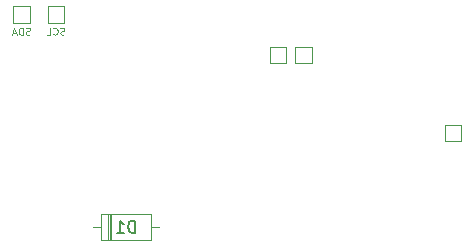
<source format=gbr>
%TF.GenerationSoftware,KiCad,Pcbnew,7.0.8*%
%TF.CreationDate,2024-12-11T22:38:04+01:00*%
%TF.ProjectId,USB-C_PD_Board_V2_CYPD3177,5553422d-435f-4504-945f-426f6172645f,rev?*%
%TF.SameCoordinates,Original*%
%TF.FileFunction,Legend,Bot*%
%TF.FilePolarity,Positive*%
%FSLAX46Y46*%
G04 Gerber Fmt 4.6, Leading zero omitted, Abs format (unit mm)*
G04 Created by KiCad (PCBNEW 7.0.8) date 2024-12-11 22:38:04*
%MOMM*%
%LPD*%
G01*
G04 APERTURE LIST*
%ADD10C,0.120000*%
%ADD11C,0.150000*%
G04 APERTURE END LIST*
D10*
X121091767Y-83838760D02*
X121006053Y-83867331D01*
X121006053Y-83867331D02*
X120863195Y-83867331D01*
X120863195Y-83867331D02*
X120806053Y-83838760D01*
X120806053Y-83838760D02*
X120777481Y-83810188D01*
X120777481Y-83810188D02*
X120748910Y-83753045D01*
X120748910Y-83753045D02*
X120748910Y-83695902D01*
X120748910Y-83695902D02*
X120777481Y-83638760D01*
X120777481Y-83638760D02*
X120806053Y-83610188D01*
X120806053Y-83610188D02*
X120863195Y-83581617D01*
X120863195Y-83581617D02*
X120977481Y-83553045D01*
X120977481Y-83553045D02*
X121034624Y-83524474D01*
X121034624Y-83524474D02*
X121063195Y-83495902D01*
X121063195Y-83495902D02*
X121091767Y-83438760D01*
X121091767Y-83438760D02*
X121091767Y-83381617D01*
X121091767Y-83381617D02*
X121063195Y-83324474D01*
X121063195Y-83324474D02*
X121034624Y-83295902D01*
X121034624Y-83295902D02*
X120977481Y-83267331D01*
X120977481Y-83267331D02*
X120834624Y-83267331D01*
X120834624Y-83267331D02*
X120748910Y-83295902D01*
X120491766Y-83867331D02*
X120491766Y-83267331D01*
X120491766Y-83267331D02*
X120348909Y-83267331D01*
X120348909Y-83267331D02*
X120263195Y-83295902D01*
X120263195Y-83295902D02*
X120206052Y-83353045D01*
X120206052Y-83353045D02*
X120177481Y-83410188D01*
X120177481Y-83410188D02*
X120148909Y-83524474D01*
X120148909Y-83524474D02*
X120148909Y-83610188D01*
X120148909Y-83610188D02*
X120177481Y-83724474D01*
X120177481Y-83724474D02*
X120206052Y-83781617D01*
X120206052Y-83781617D02*
X120263195Y-83838760D01*
X120263195Y-83838760D02*
X120348909Y-83867331D01*
X120348909Y-83867331D02*
X120491766Y-83867331D01*
X119920338Y-83695902D02*
X119634624Y-83695902D01*
X119977481Y-83867331D02*
X119777481Y-83267331D01*
X119777481Y-83267331D02*
X119577481Y-83867331D01*
X124012767Y-83838760D02*
X123927053Y-83867331D01*
X123927053Y-83867331D02*
X123784195Y-83867331D01*
X123784195Y-83867331D02*
X123727053Y-83838760D01*
X123727053Y-83838760D02*
X123698481Y-83810188D01*
X123698481Y-83810188D02*
X123669910Y-83753045D01*
X123669910Y-83753045D02*
X123669910Y-83695902D01*
X123669910Y-83695902D02*
X123698481Y-83638760D01*
X123698481Y-83638760D02*
X123727053Y-83610188D01*
X123727053Y-83610188D02*
X123784195Y-83581617D01*
X123784195Y-83581617D02*
X123898481Y-83553045D01*
X123898481Y-83553045D02*
X123955624Y-83524474D01*
X123955624Y-83524474D02*
X123984195Y-83495902D01*
X123984195Y-83495902D02*
X124012767Y-83438760D01*
X124012767Y-83438760D02*
X124012767Y-83381617D01*
X124012767Y-83381617D02*
X123984195Y-83324474D01*
X123984195Y-83324474D02*
X123955624Y-83295902D01*
X123955624Y-83295902D02*
X123898481Y-83267331D01*
X123898481Y-83267331D02*
X123755624Y-83267331D01*
X123755624Y-83267331D02*
X123669910Y-83295902D01*
X123069909Y-83810188D02*
X123098481Y-83838760D01*
X123098481Y-83838760D02*
X123184195Y-83867331D01*
X123184195Y-83867331D02*
X123241338Y-83867331D01*
X123241338Y-83867331D02*
X123327052Y-83838760D01*
X123327052Y-83838760D02*
X123384195Y-83781617D01*
X123384195Y-83781617D02*
X123412766Y-83724474D01*
X123412766Y-83724474D02*
X123441338Y-83610188D01*
X123441338Y-83610188D02*
X123441338Y-83524474D01*
X123441338Y-83524474D02*
X123412766Y-83410188D01*
X123412766Y-83410188D02*
X123384195Y-83353045D01*
X123384195Y-83353045D02*
X123327052Y-83295902D01*
X123327052Y-83295902D02*
X123241338Y-83267331D01*
X123241338Y-83267331D02*
X123184195Y-83267331D01*
X123184195Y-83267331D02*
X123098481Y-83295902D01*
X123098481Y-83295902D02*
X123069909Y-83324474D01*
X122527052Y-83867331D02*
X122812766Y-83867331D01*
X122812766Y-83867331D02*
X122812766Y-83267331D01*
D11*
X129987094Y-100619819D02*
X129987094Y-99619819D01*
X129987094Y-99619819D02*
X129748999Y-99619819D01*
X129748999Y-99619819D02*
X129606142Y-99667438D01*
X129606142Y-99667438D02*
X129510904Y-99762676D01*
X129510904Y-99762676D02*
X129463285Y-99857914D01*
X129463285Y-99857914D02*
X129415666Y-100048390D01*
X129415666Y-100048390D02*
X129415666Y-100191247D01*
X129415666Y-100191247D02*
X129463285Y-100381723D01*
X129463285Y-100381723D02*
X129510904Y-100476961D01*
X129510904Y-100476961D02*
X129606142Y-100572200D01*
X129606142Y-100572200D02*
X129748999Y-100619819D01*
X129748999Y-100619819D02*
X129987094Y-100619819D01*
X128463285Y-100619819D02*
X129034713Y-100619819D01*
X128748999Y-100619819D02*
X128748999Y-99619819D01*
X128748999Y-99619819D02*
X128844237Y-99762676D01*
X128844237Y-99762676D02*
X128939475Y-99857914D01*
X128939475Y-99857914D02*
X129034713Y-99905533D01*
D10*
%TO.C,TP2*%
X142813000Y-86298000D02*
X142813000Y-84898000D01*
X142813000Y-84898000D02*
X141413000Y-84898000D01*
X141413000Y-86298000D02*
X142813000Y-86298000D01*
X141413000Y-84898000D02*
X141413000Y-86298000D01*
%TO.C,TP3*%
X144972000Y-86298000D02*
X144972000Y-84898000D01*
X144972000Y-84898000D02*
X143572000Y-84898000D01*
X143572000Y-86298000D02*
X144972000Y-86298000D01*
X143572000Y-84898000D02*
X143572000Y-86298000D01*
%TO.C,TP1*%
X157600000Y-92900000D02*
X157600000Y-91500000D01*
X157600000Y-91500000D02*
X156200000Y-91500000D01*
X156200000Y-92900000D02*
X157600000Y-92900000D01*
X156200000Y-91500000D02*
X156200000Y-92900000D01*
%TO.C,D1*%
X126479000Y-100165000D02*
X127129000Y-100165000D01*
X127129000Y-99045000D02*
X131369000Y-99045000D01*
X127129000Y-101285000D02*
X127129000Y-99045000D01*
X127729000Y-101285000D02*
X127729000Y-99045000D01*
X127849000Y-101285000D02*
X127849000Y-99045000D01*
X127969000Y-101285000D02*
X127969000Y-99045000D01*
X131369000Y-99045000D02*
X131369000Y-101285000D01*
X131369000Y-101285000D02*
X127129000Y-101285000D01*
X132019000Y-100165000D02*
X131369000Y-100165000D01*
%TO.C,TP5*%
X124017000Y-82869000D02*
X124017000Y-81469000D01*
X124017000Y-81469000D02*
X122617000Y-81469000D01*
X122617000Y-82869000D02*
X124017000Y-82869000D01*
X122617000Y-81469000D02*
X122617000Y-82869000D01*
%TO.C,TP4*%
X121096000Y-82869000D02*
X121096000Y-81469000D01*
X121096000Y-81469000D02*
X119696000Y-81469000D01*
X119696000Y-82869000D02*
X121096000Y-82869000D01*
X119696000Y-81469000D02*
X119696000Y-82869000D01*
%TD*%
M02*

</source>
